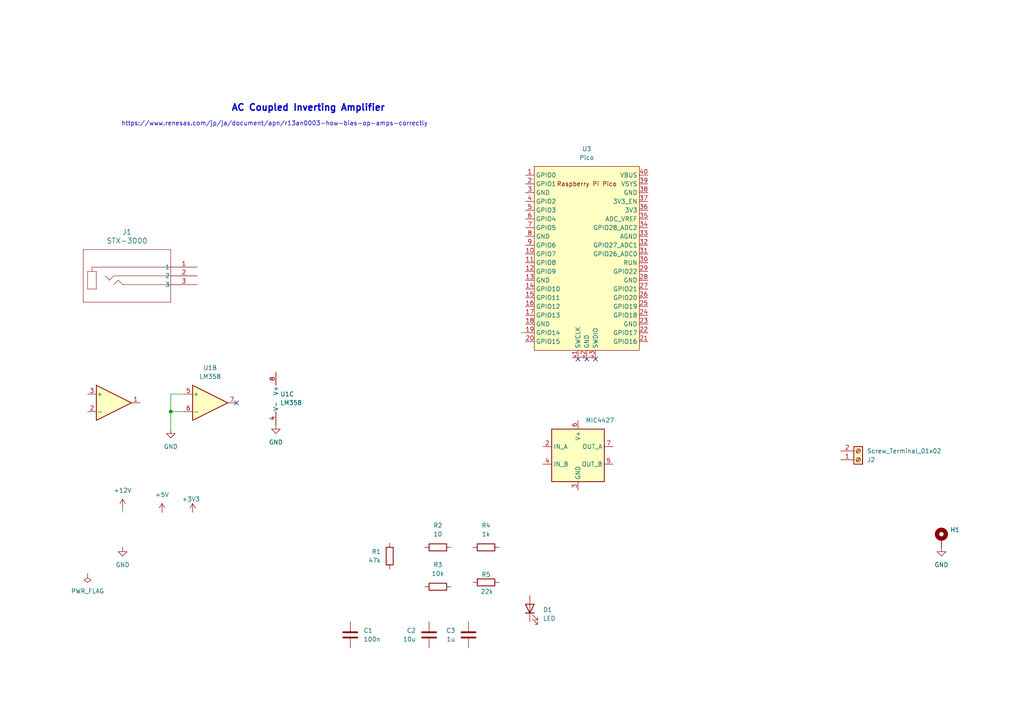
<source format=kicad_sch>
(kicad_sch (version 20231120) (generator "eeschema") (generator_version "8.0")
  (paper "A4")
  (title_block (title "Sound Gun") (date "2024-02-29") (rev "0"))
  (lib_symbols
    (symbol "Amplifier_Operational:LM358" (pin_names (offset 0.127))
      (property "Reference" "U" (at 0 5.08 0))
      (property "Value" "LM358" (at 0 -5.08 0))
      (symbol "LM358_1_1"
        (polyline (pts (xy -5.08 5.08) (xy 5.08 0) (xy -5.08 -5.08) (xy -5.08 5.08)) (stroke (width 0.254)) (fill (type background)))
        (pin output line (at 7.62 0 180) (length 2.54) (name "~") (number "1"))
        (pin input line (at -7.62 -2.54 0) (length 2.54) (name "-") (number "2"))
        (pin input line (at -7.62 2.54 0) (length 2.54) (name "+") (number "3"))
      )
      (symbol "LM358_2_1"
        (polyline (pts (xy -5.08 5.08) (xy 5.08 0) (xy -5.08 -5.08) (xy -5.08 5.08)) (stroke (width 0.254)) (fill (type background)))
        (pin input line (at -7.62 2.54 0) (length 2.54) (name "+") (number "5"))
        (pin input line (at -7.62 -2.54 0) (length 2.54) (name "-") (number "6"))
        (pin output line (at 7.62 0 180) (length 2.54) (name "~") (number "7"))
      )
      (symbol "LM358_3_1"
        (pin power_in line (at -2.54 -7.62 90) (length 3.81) (name "V-") (number "4"))
        (pin power_in line (at -2.54 7.62 270) (length 3.81) (name "V+") (number "8"))
      )
    )
    (symbol "Connector:Screw_Terminal_01x02" (pin_names (offset 1.016) hide)
      (property "Reference" "J" (at 0 2.54 0))
      (property "Value" "Screw_Terminal_01x02" (at 0 -5.08 0))
      (symbol "Screw_Terminal_01x02_1_1"
        (rectangle (start -1.27 1.27) (end 1.27 -3.81) (stroke (width 0.254)) (fill (type background)))
        (circle (center 0 -2.54) (radius 0.635) (stroke (width 0.1524)))
        (polyline (pts (xy -0.5334 -2.2098) (xy 0.3302 -3.048)) (stroke (width 0.1524)))
        (polyline (pts (xy -0.5334 0.3302) (xy 0.3302 -0.508)) (stroke (width 0.1524)))
        (polyline (pts (xy -0.3556 -2.032) (xy 0.508 -2.8702)) (stroke (width 0.1524)))
        (polyline (pts (xy -0.3556 0.508) (xy 0.508 -0.3302)) (stroke (width 0.1524)))
        (circle (center 0 0) (radius 0.635) (stroke (width 0.1524)))
        (pin passive line (at -5.08 0 0) (length 3.81) (name "Pin_1") (number "1"))
        (pin passive line (at -5.08 -2.54 0) (length 3.81) (name "Pin_2") (number "2"))
      )
    )
    (symbol "Device:C" (pin_numbers hide) (pin_names (offset 0.254))
      (property "Reference" "C" (at 0.635 2.54 0))
      (property "Value" "C" (at 0.635 -2.54 0))
      (symbol "C_0_1"
        (polyline (pts (xy -2.032 -0.762) (xy 2.032 -0.762)) (stroke (width 0.508)))
        (polyline (pts (xy -2.032 0.762) (xy 2.032 0.762)) (stroke (width 0.508)))
      )
      (symbol "C_1_1"
        (pin passive line (at 0 3.81 270) (length 2.794) (name "~") (number "1"))
        (pin passive line (at 0 -3.81 90) (length 2.794) (name "~") (number "2"))
      )
    )
    (symbol "Device:LED" (pin_numbers hide) (pin_names (offset 1.016) hide)
      (property "Reference" "D" (at 0 2.54 0))
      (property "Value" "LED" (at 0 -2.54 0))
      (symbol "LED_0_1"
        (polyline (pts (xy -1.27 -1.27) (xy -1.27 1.27)) (stroke (width 0.254)))
        (polyline (pts (xy -1.27 0) (xy 1.27 0)))
        (polyline (pts (xy 1.27 -1.27) (xy 1.27 1.27) (xy -1.27 0) (xy 1.27 -1.27)) (stroke (width 0.254)))
        (polyline (pts (xy -3.048 -0.762) (xy -4.572 -2.286) (xy -3.81 -2.286) (xy -4.572 -2.286) (xy -4.572 -1.524)))
        (polyline (pts (xy -1.778 -0.762) (xy -3.302 -2.286) (xy -2.54 -2.286) (xy -3.302 -2.286) (xy -3.302 -1.524)))
      )
      (symbol "LED_1_1"
        (pin passive line (at -3.81 0 0) (length 2.54) (name "K") (number "1"))
        (pin passive line (at 3.81 0 180) (length 2.54) (name "A") (number "2"))
      )
    )
    (symbol "Device:R" (pin_numbers hide) (pin_names (offset 0))
      (property "Reference" "R" (at 2.032 0 90))
      (property "Value" "R" (at 0 0 90))
      (symbol "R_0_1"
        (rectangle (start -1.016 -2.54) (end 1.016 2.54) (stroke (width 0.254)))
      )
      (symbol "R_1_1"
        (pin passive line (at 0 3.81 270) (length 1.27) (name "~") (number "1"))
        (pin passive line (at 0 -3.81 90) (length 1.27) (name "~") (number "2"))
      )
    )
    (symbol "Driver_FET:MIC4427"
      (property "Reference" "U" (at -7.62 8.89 0))
      (property "Value" "MIC4427" (at 1.27 8.89 0))
      (symbol "MIC4427_0_1"
        (rectangle (start -7.62 -7.62) (end 7.62 7.62) (stroke (width 0.254)) (fill (type background)))
      )
      (symbol "MIC4427_1_1"
        (pin no_connect line (at -7.62 0 0) (length 2.54) hide (name "NC") (number "1"))
        (pin input line (at -10.16 2.54 0) (length 2.54) (name "IN_A") (number "2"))
        (pin power_in line (at 0 -10.16 90) (length 2.54) (name "GND") (number "3"))
        (pin input line (at -10.16 -2.54 0) (length 2.54) (name "IN_B") (number "4"))
        (pin output line (at 10.16 -2.54 180) (length 2.54) (name "OUT_B") (number "5"))
        (pin power_in line (at 0 10.16 270) (length 2.54) (name "V+") (number "6"))
        (pin output line (at 10.16 2.54 180) (length 2.54) (name "OUT_A") (number "7"))
        (pin no_connect line (at 7.62 0 180) (length 2.54) hide (name "NC") (number "8"))
      )
    )
    (symbol "MCU_RaspberryPi_and_Boards:Pico"
      (property "Reference" "U" (at -13.97 27.94 0))
      (property "Value" "Pico" (at 0 19.05 0))
      (symbol "Pico_0_0"
        (text "Raspberry Pi Pico" (at 0 21.59 0) (effects (font (size 1.27 1.27))))
      )
      (symbol "Pico_0_1"
        (rectangle (start -15.24 26.67) (end 15.24 -26.67) (fill (type background)))
      )
      (symbol "Pico_1_1"
        (pin bidirectional line (at -17.78 24.13 0) (length 2.54) (name "GPIO0") (number "1"))
        (pin bidirectional line (at -17.78 1.27 0) (length 2.54) (name "GPIO7") (number "10"))
        (pin bidirectional line (at -17.78 -1.27 0) (length 2.54) (name "GPIO8") (number "11"))
        (pin bidirectional line (at -17.78 -3.81 0) (length 2.54) (name "GPIO9") (number "12"))
        (pin power_in line (at -17.78 -6.35 0) (length 2.54) (name "GND") (number "13"))
        (pin bidirectional line (at -17.78 -8.89 0) (length 2.54) (name "GPIO10") (number "14"))
        (pin bidirectional line (at -17.78 -11.43 0) (length 2.54) (name "GPIO11") (number "15"))
        (pin bidirectional line (at -17.78 -13.97 0) (length 2.54) (name "GPIO12") (number "16"))
        (pin bidirectional line (at -17.78 -16.51 0) (length 2.54) (name "GPIO13") (number "17"))
        (pin power_in line (at -17.78 -19.05 0) (length 2.54) (name "GND") (number "18"))
        (pin bidirectional line (at -17.78 -21.59 0) (length 2.54) (name "GPIO14") (number "19"))
        (pin bidirectional line (at -17.78 21.59 0) (length 2.54) (name "GPIO1") (number "2"))
        (pin bidirectional line (at -17.78 -24.13 0) (length 2.54) (name "GPIO15") (number "20"))
        (pin bidirectional line (at 17.78 -24.13 180) (length 2.54) (name "GPIO16") (number "21"))
        (pin bidirectional line (at 17.78 -21.59 180) (length 2.54) (name "GPIO17") (number "22"))
        (pin power_in line (at 17.78 -19.05 180) (length 2.54) (name "GND") (number "23"))
        (pin bidirectional line (at 17.78 -16.51 180) (length 2.54) (name "GPIO18") (number "24"))
        (pin bidirectional line (at 17.78 -13.97 180) (length 2.54) (name "GPIO19") (number "25"))
        (pin bidirectional line (at 17.78 -11.43 180) (length 2.54) (name "GPIO20") (number "26"))
        (pin bidirectional line (at 17.78 -8.89 180) (length 2.54) (name "GPIO21") (number "27"))
        (pin power_in line (at 17.78 -6.35 180) (length 2.54) (name "GND") (number "28"))
        (pin bidirectional line (at 17.78 -3.81 180) (length 2.54) (name "GPIO22") (number "29"))
        (pin power_in line (at -17.78 19.05 0) (length 2.54) (name "GND") (number "3"))
        (pin input line (at 17.78 -1.27 180) (length 2.54) (name "RUN") (number "30"))
        (pin bidirectional line (at 17.78 1.27 180) (length 2.54) (name "GPIO26_ADC0") (number "31"))
        (pin bidirectional line (at 17.78 3.81 180) (length 2.54) (name "GPIO27_ADC1") (number "32"))
        (pin power_in line (at 17.78 6.35 180) (length 2.54) (name "AGND") (number "33"))
        (pin bidirectional line (at 17.78 8.89 180) (length 2.54) (name "GPIO28_ADC2") (number "34"))
        (pin power_in line (at 17.78 11.43 180) (length 2.54) (name "ADC_VREF") (number "35"))
        (pin power_in line (at 17.78 13.97 180) (length 2.54) (name "3V3") (number "36"))
        (pin input line (at 17.78 16.51 180) (length 2.54) (name "3V3_EN") (number "37"))
        (pin bidirectional line (at 17.78 19.05 180) (length 2.54) (name "GND") (number "38"))
        (pin power_in line (at 17.78 21.59 180) (length 2.54) (name "VSYS") (number "39"))
        (pin bidirectional line (at -17.78 16.51 0) (length 2.54) (name "GPIO2") (number "4"))
        (pin power_in line (at 17.78 24.13 180) (length 2.54) (name "VBUS") (number "40"))
        (pin input line (at -2.54 -29.21 90) (length 2.54) (name "SWCLK") (number "41"))
        (pin power_in line (at 0 -29.21 90) (length 2.54) (name "GND") (number "42"))
        (pin bidirectional line (at 2.54 -29.21 90) (length 2.54) (name "SWDIO") (number "43"))
        (pin bidirectional line (at -17.78 13.97 0) (length 2.54) (name "GPIO3") (number "5"))
        (pin bidirectional line (at -17.78 11.43 0) (length 2.54) (name "GPIO4") (number "6"))
        (pin bidirectional line (at -17.78 8.89 0) (length 2.54) (name "GPIO5") (number "7"))
        (pin power_in line (at -17.78 6.35 0) (length 2.54) (name "GND") (number "8"))
        (pin bidirectional line (at -17.78 3.81 0) (length 2.54) (name "GPIO6") (number "9"))
      )
    )
    (symbol "Mechanical:MountingHole_Pad" (pin_numbers hide) (pin_names (offset 1.016) hide)
      (property "Reference" "H" (at 0 6.35 0))
      (property "Value" "MountingHole_Pad" (at 0 4.445 0))
      (symbol "MountingHole_Pad_0_1"
        (circle (center 0 1.27) (radius 1.27) (stroke (width 1.27)))
      )
      (symbol "MountingHole_Pad_1_1"
        (pin input line (at 0 -2.54 90) (length 2.54) (name "1") (number "1"))
      )
    )
    (symbol "STX3000:STX-3000" (pin_names (offset 0.254))
      (property "Reference" "J" (at -20.32 10.16 0))
      (property "Value" "STX-3000" (at -20.32 7.62 0))
      (symbol "STX-3000_0_1"
        (polyline (pts (xy -33.02 -10.16) (xy -7.62 -10.16)) (stroke (width 0.127)))
        (polyline (pts (xy -33.02 5.08) (xy -33.02 -10.16)) (stroke (width 0.127)))
        (polyline (pts (xy -31.75 -6.35) (xy -31.75 -1.27)) (stroke (width 0.127)))
        (polyline (pts (xy -31.75 -1.27) (xy -29.21 -1.27)) (stroke (width 0.127)))
        (polyline (pts (xy -30.48 0) (xy -30.48 -1.27)) (stroke (width 0.127)))
        (polyline (pts (xy -29.21 -6.35) (xy -31.75 -6.35)) (stroke (width 0.127)))
        (polyline (pts (xy -29.21 -1.27) (xy -29.21 -6.35)) (stroke (width 0.127)))
        (polyline (pts (xy -25.4 -3.81) (xy -26.67 -2.54)) (stroke (width 0.127)))
        (polyline (pts (xy -25.4 -3.81) (xy -24.13 -2.54)) (stroke (width 0.127)))
        (polyline (pts (xy -22.86 -3.81) (xy -24.13 -5.08)) (stroke (width 0.127)))
        (polyline (pts (xy -21.59 -5.08) (xy -22.86 -3.81)) (stroke (width 0.127)))
        (polyline (pts (xy -7.62 -10.16) (xy -7.62 5.08)) (stroke (width 0.127)))
        (polyline (pts (xy -7.62 -5.08) (xy -21.59 -5.08)) (stroke (width 0.127)))
        (polyline (pts (xy -7.62 -2.54) (xy -24.13 -2.54)) (stroke (width 0.127)))
        (polyline (pts (xy -7.62 0) (xy -30.48 0)) (stroke (width 0.127)))
        (polyline (pts (xy -7.62 5.08) (xy -33.02 5.08)) (stroke (width 0.127)))
        (pin unspecified line (at 0 0 180) (length 7.62) (name "1") (number "1"))
        (pin unspecified line (at 0 -2.54 180) (length 7.62) (name "2") (number "2"))
        (pin unspecified line (at 0 -5.08 180) (length 7.62) (name "3") (number "3"))
      )
    )
    (symbol "power:+3V3" (power) (pin_numbers hide) (pin_names (offset 0) hide)
      (property "Value" "+3V3" (at 0 3.556 0))
      (symbol "+3V3_0_1"
        (polyline (pts (xy -0.762 1.27) (xy 0 2.54)))
        (polyline (pts (xy 0 0) (xy 0 2.54)))
        (polyline (pts (xy 0 2.54) (xy 0.762 1.27)))
      )
      (symbol "+3V3_1_1"
        (pin power_in line (at 0 0 90) (length 0) (name "~") (number "1"))
      )
    )
    (symbol "power:+5V" (power) (pin_numbers hide) (pin_names (offset 0) hide)
      (property "Value" "+5V" (at 0 3.556 0))
      (symbol "+5V_0_1"
        (polyline (pts (xy -0.762 1.27) (xy 0 2.54)))
        (polyline (pts (xy 0 0) (xy 0 2.54)))
        (polyline (pts (xy 0 2.54) (xy 0.762 1.27)))
      )
      (symbol "+5V_1_1"
        (pin power_in line (at 0 0 90) (length 0) (name "~") (number "1"))
      )
    )
    (symbol "power:GND" (power) (pin_numbers hide) (pin_names (offset 0) hide)
      (property "Value" "GND" (at 0 -3.81 0))
      (symbol "GND_0_1"
        (polyline (pts (xy 0 0) (xy 0 -1.27) (xy 1.27 -1.27) (xy 0 -2.54) (xy -1.27 -1.27) (xy 0 -1.27)))
      )
      (symbol "GND_1_1"
        (pin power_in line (at 0 0 270) (length 0) (name "~") (number "1"))
      )
    )
    (symbol "power:PWR_FLAG" (power) (pin_numbers hide) (pin_names (offset 0) hide)
      (property "Value" "PWR_FLAG" (at 0 3.81 0))
      (symbol "PWR_FLAG_0_0"
        (pin power_out line (at 0 0 90) (length 0) (name "~") (number "1"))
      )
      (symbol "PWR_FLAG_0_1"
        (polyline (pts (xy 0 0) (xy 0 1.27) (xy -1.016 1.905) (xy 0 2.54) (xy 1.016 1.905) (xy 0 1.27)))
      )
    )
  )
  (junction (at 49.53 119.38))
  (no_connect (at 68.58 116.84))
  (no_connect (at 172.72 104.14))
  (no_connect (at 167.64 104.14))
  (no_connect (at 170.18 104.14))
  (wire (pts (xy 53.34 114.3) (xy 49.53 114.3)))
  (wire (pts (xy 152.4 96.52) (xy 151.13 96.52)))
  (wire (pts (xy 49.53 119.38) (xy 49.53 124.46)))
  (wire (pts (xy 35.56 148.59) (xy 35.56 147.32)))
  (wire (pts (xy 49.53 114.3) (xy 49.53 119.38)))
  (wire (pts (xy 49.53 119.38) (xy 53.34 119.38)))
  (text "https://www.renesas.com/jp/ja/document/apn/r13an0003-how-bias-op-amps-correctly" (at 79.629 35.941 0) (effects (font (size 1.27 1.27))))
  (text "AC Coupled Inverting Amplifier" (at 89.408 31.369 0) (effects (font (size 1.905 1.905) (thickness 0.381) (bold yes))))
  (symbol (lib_id "Mechanical:MountingHole_Pad") (at 273.05 156.21 0) (unit 1)
    (property "Reference" "H1" (at 275.59 153.6699 0) (effects (justify left)))
    (property "Value" "MountingHole_Pad" (effects (hide yes)))
    (property "Footprint" "MountingHole:MountingHole_3.2mm_M3_DIN965_Pad" (effects (hide yes)))
    (property "Description" "Mounting Hole with connection" (effects (hide yes)))
  )
  (symbol (lib_id "Device:R") (at 140.97 158.75 90) (unit 1)
    (property "Reference" "R4" (at 140.97 152.4 90))
    (property "Value" "1k" (at 140.97 154.94 90))
    (property "Footprint" "Resistor_THT:R_Axial_DIN0204_L3.6mm_D1.6mm_P7.62mm_Horizontal" (effects (hide yes)))
    (property "Description" "Resistor" (effects (hide yes)))
  )
  (symbol (lib_id "Driver_FET:MIC4427") (at 167.64 132.08 0) (unit 1)
    (property "Reference" "U2" (effects (hide yes)))
    (property "Value" "MIC4427" (at 169.8341 121.92 0) (effects (justify left)))
    (property "Footprint" "Package_DIP:DIP-8_W7.62mm_LongPads" (effects (hide yes)))
    (property "Datasheet" "http://ww1.microchip.com/downloads/en/DeviceDoc/mic4426.pdf" (effects (hide yes)))
    (property "Description" "Dual 1.5A-Peak Low-Side MOSFET Driver, DIP-8/SOIC-8/MSOP-8" (effects (hide yes)))
  )
  (symbol (lib_id "STX3000:STX-3000") (at 57.15 77.47 0) (unit 1)
    (property "Reference" "J1" (at 36.83 67.31 0) (effects (font (size 1.524 1.524))))
    (property "Value" "STX-3000" (at 36.83 69.85 0) (effects (font (size 1.524 1.524))))
    (property "Footprint" "stx3000:STX-3000_KYC" (effects (hide yes)))
    (property "Datasheet" "STX-3000" (effects (hide yes)))
  )
  (symbol (lib_id "power:GND") (at 273.05 158.75 0) (unit 1)
    (property "Reference" "#PWR07" (effects (hide yes)))
    (property "Value" "GND" (at 273.05 163.83 0))
    (property "Description" "Power symbol creates a global label with name \"GND\" , ground" (effects (hide yes)))
  )
  (symbol (lib_id "Device:C") (at 101.6 184.15 180) (unit 1)
    (property "Reference" "C1" (at 105.41 182.8799 0) (effects (justify right)))
    (property "Value" "100n" (at 105.41 185.4199 0) (effects (justify right)))
    (property "Footprint" "Capacitor_THT:C_Disc_D3.8mm_W2.6mm_P2.50mm" (effects (hide yes)))
    (property "Description" "Unpolarized capacitor" (effects (hide yes)))
  )
  (symbol (lib_id "Device:C") (at 124.46 184.15 0) (mirror x) (unit 1)
    (property "Reference" "C2" (at 120.65 182.8799 0) (effects (justify right)))
    (property "Value" "10u" (at 120.65 185.4199 0) (effects (justify right)))
    (property "Footprint" "Capacitor_THT:C_Disc_D4.7mm_W2.5mm_P5.00mm" (effects (hide yes)))
    (property "Description" "Unpolarized capacitor" (effects (hide yes)))
  )
  (symbol (lib_id "power:+5V") (at 35.56 147.32 0) (unit 1)
    (property "Reference" "#PWR01" (effects (hide yes)))
    (property "Value" "+12V" (at 35.56 142.24 0))
    (property "Description" "Power symbol creates a global label with name \"+5V\"" (effects (hide yes)))
  )
  (symbol (lib_id "power:+3V3") (at 55.88 148.59 0) (unit 1)
    (property "Reference" "#PWR05" (effects (hide yes)))
    (property "Value" "+3V3" (at 55.372 144.78 0))
    (property "Description" "Power symbol creates a global label with name \"+3V3\"" (effects (hide yes)))
  )
  (symbol (lib_id "Amplifier_Operational:LM358") (at 60.96 116.84 0) (unit 2)
    (property "Reference" "U1" (at 60.96 106.68 0))
    (property "Value" "LM358" (at 60.96 109.22 0))
    (property "Footprint" "Package_DIP:DIP-8_W7.62mm_LongPads" (effects (hide yes)))
    (property "Datasheet" "http://www.ti.com/lit/ds/symlink/lm2904-n.pdf" (effects (hide yes)))
    (property "Description" "Low-Power, Dual Operational Amplifiers, DIP-8/SOIC-8/TO-99-8" (effects (hide yes)))
  )
  (symbol (lib_id "Device:R") (at 127 158.75 90) (unit 1)
    (property "Reference" "R2" (at 127 152.4 90))
    (property "Value" "10" (at 127 154.94 90))
    (property "Footprint" "Resistor_THT:R_Axial_DIN0204_L3.6mm_D1.6mm_P7.62mm_Horizontal" (effects (hide yes)))
    (property "Description" "Resistor" (effects (hide yes)))
  )
  (symbol (lib_id "power:GND") (at 80.01 123.19 0) (unit 1)
    (property "Reference" "#PWR06" (effects (hide yes)))
    (property "Value" "GND" (at 80.01 128.27 0))
    (property "Description" "Power symbol creates a global label with name \"GND\" , ground" (effects (hide yes)))
  )
  (symbol (lib_id "Device:R") (at 113.03 161.29 0) (mirror x) (unit 1)
    (property "Reference" "R1" (at 110.49 160.0199 0) (effects (justify right)))
    (property "Value" "47k" (at 110.49 162.5599 0) (effects (justify right)))
    (property "Footprint" "Resistor_THT:R_Axial_DIN0204_L3.6mm_D1.6mm_P7.62mm_Horizontal" (effects (hide yes)))
    (property "Description" "Resistor" (effects (hide yes)))
  )
  (symbol (lib_id "MCU_RaspberryPi_and_Boards:Pico") (at 170.18 74.93 0) (unit 1)
    (property "Reference" "U3" (at 170.18 43.18 0))
    (property "Value" "Pico" (at 170.18 45.72 0))
    (property "Footprint" "MCU_RaspberryPi_and_Boards:RPi_Pico_SMD_TH" (effects (hide yes)))
  )
  (symbol (lib_id "Device:C") (at 135.89 184.15 0) (mirror x) (unit 1)
    (property "Reference" "C3" (at 132.08 182.8799 0) (effects (justify right)))
    (property "Value" "1u" (at 132.08 185.4199 0) (effects (justify right)))
    (property "Footprint" "Capacitor_THT:C_Disc_D4.7mm_W2.5mm_P5.00mm" (effects (hide yes)))
    (property "Description" "Unpolarized capacitor" (effects (hide yes)))
  )
  (symbol (lib_id "Device:R") (at 140.97 168.91 90) (unit 1)
    (property "Reference" "R5" (at 140.97 166.624 90))
    (property "Value" "22k" (at 141.224 171.577 90))
    (property "Footprint" "Resistor_THT:R_Axial_DIN0204_L3.6mm_D1.6mm_P7.62mm_Horizontal" (effects (hide yes)))
    (property "Description" "Resistor" (effects (hide yes)))
  )
  (symbol (lib_id "power:GND") (at 49.53 124.46 0) (unit 1)
    (property "Reference" "#PWR04" (effects (hide yes)))
    (property "Value" "GND" (at 49.53 129.54 0))
    (property "Description" "Power symbol creates a global label with name \"GND\" , ground" (effects (hide yes)))
  )
  (symbol (lib_id "Device:R") (at 127 170.18 90) (unit 1)
    (property "Reference" "R3" (at 127 163.83 90))
    (property "Value" "10k" (at 127 166.37 90))
    (property "Footprint" "Resistor_THT:R_Axial_DIN0204_L3.6mm_D1.6mm_P7.62mm_Horizontal" (effects (hide yes)))
    (property "Description" "Resistor" (effects (hide yes)))
  )
  (symbol (lib_id "Amplifier_Operational:LM358") (at 33.02 116.84 0) (unit 1)
    (property "Reference" "U1" (effects (hide yes)))
    (property "Value" "LM358" (effects (hide yes)))
    (property "Footprint" "Package_DIP:DIP-8_W7.62mm_LongPads" (effects (hide yes)))
    (property "Datasheet" "http://www.ti.com/lit/ds/symlink/lm2904-n.pdf" (effects (hide yes)))
    (property "Description" "Low-Power, Dual Operational Amplifiers, DIP-8/SOIC-8/TO-99-8" (effects (hide yes)))
  )
  (symbol (lib_id "power:PWR_FLAG") (at 25.4 166.37 180) (unit 1)
    (property "Reference" "#FLG01" (effects (hide yes)))
    (property "Value" "PWR_FLAG" (at 25.4 171.45 0))
    (property "Description" "Special symbol for telling ERC where power comes from" (effects (hide yes)))
  )
  (symbol (lib_id "Device:LED") (at 153.67 176.53 90) (unit 1)
    (property "Reference" "D1" (at 157.48 176.8474 90) (effects (justify right)))
    (property "Value" "LED" (at 157.48 179.3874 90) (effects (justify right)))
    (property "Footprint" "LED_THT:LED_D5.0mm" (effects (hide yes)))
    (property "Description" "Light emitting diode" (effects (hide yes)))
  )
  (symbol (lib_id "power:+5V") (at 46.99 148.59 0) (unit 1)
    (property "Reference" "#PWR03" (effects (hide yes)))
    (property "Value" "+5V" (at 46.99 143.51 0))
    (property "Description" "Power symbol creates a global label with name \"+5V\"" (effects (hide yes)))
  )
  (symbol (lib_id "Amplifier_Operational:LM358") (at 82.55 115.57 0) (unit 3)
    (property "Reference" "U1" (at 81.28 114.2999 0) (effects (justify left)))
    (property "Value" "LM358" (at 81.28 116.8399 0) (effects (justify left)))
    (property "Footprint" "Package_DIP:DIP-8_W7.62mm_LongPads" (effects (hide yes)))
    (property "Datasheet" "http://www.ti.com/lit/ds/symlink/lm2904-n.pdf" (effects (hide yes)))
    (property "Description" "Low-Power, Dual Operational Amplifiers, DIP-8/SOIC-8/TO-99-8" (effects (hide yes)))
  )
  (symbol (lib_id "Connector:Screw_Terminal_01x02") (at 248.92 133.35 0) (mirror x) (unit 1)
    (property "Reference" "J2" (at 251.46 133.3501 0) (effects (justify left)))
    (property "Value" "Screw_Terminal_01x02" (at 251.46 130.8101 0) (effects (justify left)))
    (property "Footprint" "TerminalBlock_Phoenix:TerminalBlock_Phoenix_PT-1,5-2-3.5-H_1x02_P3.50mm_Horizontal" (effects (hide yes)))
    (property "Description" "Generic screw terminal, single row, 01x02, script generated (kicad-library-utils/schlib/autogen/connector/)" (effects (hide yes)))
  )
  (symbol (lib_id "power:GND") (at 35.56 158.75 0) (unit 1)
    (property "Reference" "#PWR02" (effects (hide yes)))
    (property "Value" "GND" (at 35.56 163.83 0))
    (property "Description" "Power symbol creates a global label with name \"GND\" , ground" (effects (hide yes)))
  )
)
</source>
